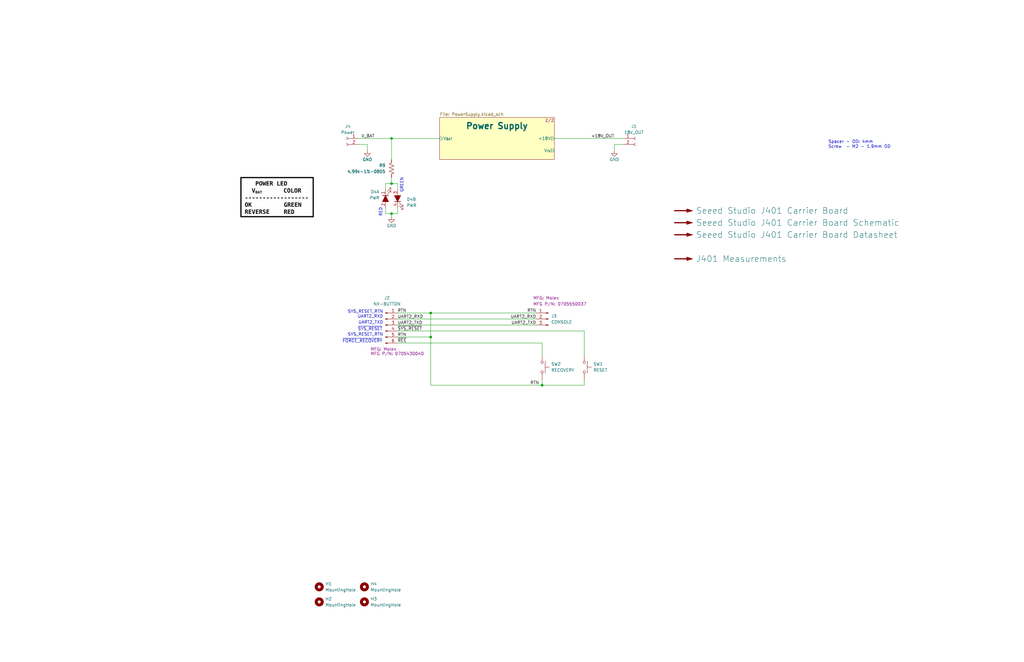
<source format=kicad_sch>
(kicad_sch (version 20231120) (generator "eeschema") (generator_version "8.0")
  (paper "B")
  (title_block (title "NX J401 Adapter") (date "2025-01-13") (rev "4"))
  (lib_symbols
    (symbol "Connector:Conn_01x02_Socket" (pin_names (offset 1.016) hide)
      (property "Reference" "J" (at 0 2.54 0))
      (property "Value" "Conn_01x02_Socket" (at 0 -5.08 0))
      (symbol "Conn_01x02_Socket_1_1"
        (arc (start 0 -2.032) (mid -0.5058 -2.54) (end 0 -3.048) (stroke (width 0.1524)))
        (polyline (pts (xy -1.27 -2.54) (xy -0.508 -2.54)) (stroke (width 0.1524)))
        (polyline (pts (xy -1.27 0) (xy -0.508 0)) (stroke (width 0.1524)))
        (arc (start 0 0.508) (mid -0.5058 0) (end 0 -0.508) (stroke (width 0.1524)))
        (pin passive line (at -5.08 0 0) (length 3.81) (name "Pin_1") (number "1"))
        (pin passive line (at -5.08 -2.54 0) (length 3.81) (name "Pin_2") (number "2"))
      )
    )
    (symbol "Connector:Conn_01x03_Pin" (pin_names (offset 1.016) hide)
      (property "Reference" "J" (at 0 5.08 0))
      (property "Value" "Conn_01x03_Pin" (at 0 -5.08 0))
      (symbol "Conn_01x03_Pin_1_1"
        (polyline (pts (xy 1.27 -2.54) (xy 0.8636 -2.54)) (stroke (width 0.1524)))
        (polyline (pts (xy 1.27 0) (xy 0.8636 0)) (stroke (width 0.1524)))
        (polyline (pts (xy 1.27 2.54) (xy 0.8636 2.54)) (stroke (width 0.1524)))
        (rectangle (start 0.8636 -2.413) (end 0 -2.667) (stroke (width 0.1524)) (fill (type outline)))
        (rectangle (start 0.8636 0.127) (end 0 -0.127) (stroke (width 0.1524)) (fill (type outline)))
        (rectangle (start 0.8636 2.667) (end 0 2.413) (stroke (width 0.1524)) (fill (type outline)))
        (pin passive line (at 5.08 2.54 180) (length 3.81) (name "Pin_1") (number "1"))
        (pin passive line (at 5.08 0 180) (length 3.81) (name "Pin_2") (number "2"))
        (pin passive line (at 5.08 -2.54 180) (length 3.81) (name "Pin_3") (number "3"))
      )
    )
    (symbol "Connector:Conn_01x06_Pin" (pin_names (offset 1.016) hide)
      (property "Reference" "J" (at 0 7.62 0))
      (property "Value" "Conn_01x06_Pin" (at 0 -10.16 0))
      (symbol "Conn_01x06_Pin_1_1"
        (polyline (pts (xy 1.27 -7.62) (xy 0.8636 -7.62)) (stroke (width 0.1524)))
        (polyline (pts (xy 1.27 -5.08) (xy 0.8636 -5.08)) (stroke (width 0.1524)))
        (polyline (pts (xy 1.27 -2.54) (xy 0.8636 -2.54)) (stroke (width 0.1524)))
        (polyline (pts (xy 1.27 0) (xy 0.8636 0)) (stroke (width 0.1524)))
        (polyline (pts (xy 1.27 2.54) (xy 0.8636 2.54)) (stroke (width 0.1524)))
        (polyline (pts (xy 1.27 5.08) (xy 0.8636 5.08)) (stroke (width 0.1524)))
        (rectangle (start 0.8636 -7.493) (end 0 -7.747) (stroke (width 0.1524)) (fill (type outline)))
        (rectangle (start 0.8636 -4.953) (end 0 -5.207) (stroke (width 0.1524)) (fill (type outline)))
        (rectangle (start 0.8636 -2.413) (end 0 -2.667) (stroke (width 0.1524)) (fill (type outline)))
        (rectangle (start 0.8636 0.127) (end 0 -0.127) (stroke (width 0.1524)) (fill (type outline)))
        (rectangle (start 0.8636 2.667) (end 0 2.413) (stroke (width 0.1524)) (fill (type outline)))
        (rectangle (start 0.8636 5.207) (end 0 4.953) (stroke (width 0.1524)) (fill (type outline)))
        (pin passive line (at 5.08 5.08 180) (length 3.81) (name "Pin_1") (number "1"))
        (pin passive line (at 5.08 2.54 180) (length 3.81) (name "Pin_2") (number "2"))
        (pin passive line (at 5.08 0 180) (length 3.81) (name "Pin_3") (number "3"))
        (pin passive line (at 5.08 -2.54 180) (length 3.81) (name "Pin_4") (number "4"))
        (pin passive line (at 5.08 -5.08 180) (length 3.81) (name "Pin_5") (number "5"))
        (pin passive line (at 5.08 -7.62 180) (length 3.81) (name "Pin_6") (number "6"))
      )
    )
    (symbol "Device:R_US" (pin_numbers hide) (pin_names (offset 0))
      (property "Reference" "R" (at 2.54 0 90))
      (property "Value" "R_US" (at -2.54 0 90))
      (symbol "R_US_0_1"
        (polyline (pts (xy 0 -2.286) (xy 0 -2.54)))
        (polyline (pts (xy 0 2.286) (xy 0 2.54)))
        (polyline (pts (xy 0 -0.762) (xy 1.016 -1.143) (xy 0 -1.524) (xy -1.016 -1.905) (xy 0 -2.286)))
        (polyline (pts (xy 0 0.762) (xy 1.016 0.381) (xy 0 0) (xy -1.016 -0.381) (xy 0 -0.762)))
        (polyline (pts (xy 0 2.286) (xy 1.016 1.905) (xy 0 1.524) (xy -1.016 1.143) (xy 0 0.762)))
      )
      (symbol "R_US_1_1"
        (pin passive line (at 0 3.81 270) (length 1.27) (name "~") (number "1"))
        (pin passive line (at 0 -3.81 90) (length 1.27) (name "~") (number "2"))
      )
    )
    (symbol "Graphic:SYM_Arrow_Large" (in_bom no) (on_board no)
      (symbol "SYM_Arrow_Large_0_1"
        (polyline (pts (xy 2.54 0) (xy -3.81 0)) (stroke (width 0.508)))
        (polyline (pts (xy 3.81 0) (xy 1.27 -0.762) (xy 1.27 0.762) (xy 3.81 0)) (fill (type outline)))
      )
    )
    (symbol "Mechanical:MountingHole" (pin_names (offset 1.016))
      (property "Reference" "H" (at 0 5.08 0))
      (property "Value" "MountingHole" (at 0 3.175 0))
      (symbol "MountingHole_0_1"
        (circle (center 0 0) (radius 1.27) (stroke (width 1.27)))
      )
    )
    (symbol "NX-AdapterBoard:Dialight-Dual-LED" (pin_names (offset 1.016) hide)
      (property "Reference" "D6" (at -1.27 -3.81 90))
      (property "Value" "PWR" (at 1.27 -3.81 90))
      (symbol "Dialight-Dual-LED_0_1"
        (polyline (pts (xy -1.27 -1.27) (xy -1.27 1.27)) (stroke (width 0.254) (color 132 0 0 1)) (fill (type color) (color 255 0 0 1)))
        (polyline (pts (xy 1.27 -1.27) (xy 1.27 1.27) (xy -1.27 0) (xy 1.27 -1.27)) (stroke (width 0.254) (color 132 0 0 1)) (fill (type outline)))
        (polyline (pts (xy -3.048 -0.762) (xy -4.572 -2.286) (xy -3.81 -2.286) (xy -4.572 -2.286) (xy -4.572 -1.524)) (stroke (width 0) (color 132 0 0 1)))
        (polyline (pts (xy -1.778 -0.762) (xy -3.302 -2.286) (xy -2.54 -2.286) (xy -3.302 -2.286) (xy -3.302 -1.524)) (stroke (width 0) (color 132 0 0 1)))
      )
      (symbol "Dialight-Dual-LED_1_1"
        (pin passive line (at -3.81 0 0) (length 2.54) (name "Red-K") (number "1"))
        (pin passive line (at 3.81 0 180) (length 2.54) (name "RedA") (number "2"))
      )
      (symbol "Dialight-Dual-LED_2_1"
        (pin passive line (at 3.81 0 180) (length 2.54) (name "Green-A") (number "3"))
        (pin passive line (at -3.81 0 0) (length 2.54) (name "Green-K") (number "4"))
      )
    )
    (symbol "Switch:SW_Push" (pin_numbers hide) (pin_names (offset 1.016) hide)
      (property "Reference" "SW" (at 1.27 2.54 0))
      (property "Value" "SW_Push" (at 0 -1.524 0))
      (symbol "SW_Push_0_1"
        (circle (center -2.032 0) (radius 0.508))
        (polyline (pts (xy 0 1.27) (xy 0 3.048)))
        (polyline (pts (xy 2.54 1.27) (xy -2.54 1.27)))
        (circle (center 2.032 0) (radius 0.508))
        (pin passive line (at -5.08 0 0) (length 2.54) (name "1") (number "1"))
        (pin passive line (at 5.08 0 180) (length 2.54) (name "2") (number "2"))
      )
    )
    (symbol "power:GND" (power) (pin_names (offset 0))
      (property "Value" "GND" (at 0 -3.81 0))
      (symbol "GND_0_1"
        (polyline (pts (xy 0 0) (xy 0 -1.27) (xy 1.27 -1.27) (xy 0 -2.54) (xy -1.27 -1.27) (xy 0 -1.27)))
      )
      (symbol "GND_1_1"
        (pin power_in line (at 0 0 270) (length 0) hide (name "GND") (number "1"))
      )
    )
  )
  (junction (at 181.61 142.24))
  (junction (at 165.1 58.42))
  (junction (at 228.6 162.56))
  (junction (at 181.61 132.08))
  (junction (at 165.1 77.47))
  (junction (at 165.1 90.17))
  (wire (pts (xy 228.6 160.02) (xy 228.6 162.56)))
  (wire (pts (xy 228.6 144.78) (xy 228.6 149.86)))
  (wire (pts (xy 259.08 60.96) (xy 259.08 63.5)))
  (wire (pts (xy 165.1 58.42) (xy 165.1 67.31)))
  (wire (pts (xy 181.61 162.56) (xy 228.6 162.56)))
  (wire (pts (xy 151.13 60.96) (xy 154.94 60.96)))
  (wire (pts (xy 165.1 77.47) (xy 162.56 77.47)))
  (wire (pts (xy 167.64 137.16) (xy 226.06 137.16)))
  (wire (pts (xy 165.1 90.17) (xy 165.1 91.44)))
  (wire (pts (xy 246.38 139.7) (xy 246.38 149.86)))
  (wire (pts (xy 181.61 132.08) (xy 181.61 142.24)))
  (wire (pts (xy 167.64 134.62) (xy 226.06 134.62)))
  (wire (pts (xy 162.56 87.63) (xy 162.56 90.17)))
  (wire (pts (xy 162.56 90.17) (xy 165.1 90.17)))
  (wire (pts (xy 233.68 58.42) (xy 262.89 58.42)))
  (wire (pts (xy 154.94 60.96) (xy 154.94 63.5)))
  (wire (pts (xy 228.6 162.56) (xy 246.38 162.56)))
  (wire (pts (xy 162.56 77.47) (xy 162.56 80.01)))
  (wire (pts (xy 246.38 160.02) (xy 246.38 162.56)))
  (wire (pts (xy 167.64 90.17) (xy 165.1 90.17)))
  (wire (pts (xy 165.1 77.47) (xy 167.64 77.47)))
  (wire (pts (xy 165.1 74.93) (xy 165.1 77.47)))
  (wire (pts (xy 262.89 60.96) (xy 259.08 60.96)))
  (wire (pts (xy 167.64 142.24) (xy 181.61 142.24)))
  (wire (pts (xy 167.64 87.63) (xy 167.64 90.17)))
  (wire (pts (xy 181.61 132.08) (xy 226.06 132.08)))
  (wire (pts (xy 167.64 139.7) (xy 246.38 139.7)))
  (wire (pts (xy 181.61 142.24) (xy 181.61 162.56)))
  (wire (pts (xy 165.1 58.42) (xy 185.42 58.42)))
  (wire (pts (xy 167.64 132.08) (xy 181.61 132.08)))
  (wire (pts (xy 167.64 144.78) (xy 228.6 144.78)))
  (wire (pts (xy 167.64 77.47) (xy 167.64 80.01)))
  (wire (pts (xy 151.13 58.42) (xy 165.1 58.42)))
  (text_box "   POWER LED\n  V_{BAT}      COLOR\n------------------\nOK         GREEN\nREVERSE    RED" (at 101.6 74.93 0) (size 30.48 16.51) (stroke (width 0.508) (color 0 0 0 1)) (effects (font (size 1.778 1.778) (thickness 0.3556) (bold yes)) (justify left top)))
  (text "UART2_RXD" (at 161.544 134.366 0) (effects (font (size 1.27 1.27)) (justify right bottom)))
  (text "~{FORCE_RECOVERY}" (at 161.29 144.78 0) (effects (font (size 1.27 1.27)) (justify right bottom)))
  (text "GREEN" (at 170.18 81.28 90) (effects (font (size 1.27 1.27)) (justify left bottom)))
  (text "SYS_RESET_RTN" (at 161.544 141.986 0) (effects (font (size 1.27 1.27)) (justify right bottom)))
  (text "RED" (at 161.29 91.44 90) (effects (font (size 1.27 1.27)) (justify left bottom)))
  (text "UART2_TXD" (at 161.544 136.906 0) (effects (font (size 1.27 1.27)) (justify right bottom)))
  (text "~{SYS_RESET}" (at 161.29 139.7 0) (effects (font (size 1.27 1.27)) (justify right bottom)))
  (text "Spacer - OD: 4mm\nScrew  - M2 - 1.9mm OD\n\n" (at 349.25 64.77 0) (effects (font (size 1.27 1.27)) (justify left bottom)))
  (text "SYS_RESET_RTN" (at 161.544 132.334 0) (effects (font (size 1.27 1.27)) (justify right bottom)))
  (label "RTN" (at 226.06 132.08 180))
  (label "UART2_TXD" (at 167.64 137.16 0))
  (label "UART2_TXD" (at 226.06 137.16 180))
  (label "~{SYS_RESET}" (at 167.64 139.7 0))
  (label "RTN" (at 227.33 162.56 180))
  (label "UART2_RXD" (at 226.06 134.62 180))
  (label "RTN" (at 167.64 142.24 0))
  (label "V_BAT" (at 152.4 58.42 0))
  (label "+18V_OUT" (at 259.08 58.42 180))
  (label "RTN" (at 167.64 132.08 0))
  (label "~{REC}" (at 167.64 144.78 0))
  (label "UART2_RXD" (at 167.64 134.62 0))
  (symbol (lib_id "Mechanical:MountingHole") (at 153.67 254 0) (unit 1) (in_bom no)
    (property "Reference" "H3" (at 156.21 252.73 0) (effects (justify left)))
    (property "Value" "MountingHole" (at 156.21 255.27 0) (effects (justify left)))
    (property "Footprint" "MountingHole:MountingHole_2.7mm_M2.5" (effects (hide yes)))
  )
  (symbol (lib_id "NX-AdapterBoard:Dialight-Dual-LED") (at 167.64 83.82 90) (unit 2)
    (property "Reference" "D4" (at 171.45 84.1375 90) (effects (justify right)))
    (property "Value" "PWR" (at 171.45 86.6775 90) (effects (justify right)))
    (property "Footprint" "NX-J401-Adapter:LED-Dialight-5913001858F" (effects (hide yes)))
    (property "Datasheet" "Components/Dialight-C18340B.pdf" (effects (hide yes)))
    (property "MFG" "Dialight" (effects (hide yes)))
    (property "MFG P/N" "5913001858F" (effects (hide yes)))
    (property "DIST" "Digikey" (effects (hide yes)))
    (property "DIST P/N" "350-5913001858FCT-ND" (effects (hide yes)))
  )
  (symbol (lib_id "Device:R_US") (at 165.1 71.12 0) (mirror x) (unit 1)
    (property "Reference" "R9" (at 162.56 69.85 0) (effects (justify right)))
    (property "Value" "4.99k-1%-0805" (at 162.56 72.39 0) (effects (justify right)))
    (property "Footprint" "Resistor_SMD:R_0805_2012Metric" (effects (hide yes)))
    (property "Datasheet" "Components/YageoPYu-RC_Group_51_RoHS_L_12.pdf" (effects (hide yes)))
    (property "MFG" "Yageo" (effects (hide yes)))
    (property "MFG P/N" "RC0805FR-07499RL" (effects (hide yes)))
    (property "DIST" "Digikey" (effects (hide yes)))
    (property "DIST P/N" "311-499CRCT-ND" (effects (hide yes)))
  )
  (symbol (lib_id "Switch:SW_Push") (at 228.6 154.94 270) (unit 1)
    (property "Reference" "SW2" (at 232.41 153.67 90) (effects (justify left)))
    (property "Value" "RECOVERY" (at 232.41 156.21 90) (effects (justify left)))
    (property "Footprint" "NX-J401-Adapter:SW_TL1105VF100Q_EWI" (effects (hide yes)))
    (property "Datasheet" "Components/E-SWITCH-tl1105vf100q-drawing.pdf" (effects (hide yes)))
    (property "DIST" "Digikey" (effects (hide yes)))
    (property "DIST P/N" "EG2507-ND" (effects (hide yes)))
    (property "MFG" "E-Switch" (effects (hide yes)))
    (property "MFG P/N" "TL1105VF100Q" (effects (hide yes)))
  )
  (symbol (lib_id "Connector:Conn_01x06_Pin") (at 162.56 137.16 0) (unit 1)
    (property "Reference" "J2" (at 163.195 125.73 0))
    (property "Value" "NX-BUTTON" (at 163.195 128.27 0))
    (property "Footprint" "NX-J401-Adapter:70555-0005" (effects (hide yes)))
    (property "Datasheet" "Components/Molex-70555-0001.pdf" (effects (hide yes)))
    (property "Description" "Generic connector, single row, 01x06, script generated" (effects (hide yes)))
    (property "MFG" "Molex" (at 156.21 147.32 0) (show_name yes) (effects (justify left)))
    (property "MFG P/N" "0705430040" (at 156.21 149.225 0) (show_name yes) (effects (justify left)))
    (property "DIST" "Digikey" (effects (hide yes)))
    (property "DIST P/N" "WM4828-ND" (effects (hide yes)))
  )
  (symbol (lib_id "Graphic:SYM_Arrow_Large") (at 288.29 88.9 0) (unit 1) (in_bom no) (on_board no)
    (property "Reference" "#SYM3" (effects (hide yes)))
    (property "Value" "Seeed Studio J401 Carrier Board" (at 293.37 88.9 0) (effects (font (size 2.54 2.54)) (justify left)))
    (property "Datasheet" "https://www.seeedstudio.com/reComputer-J401-Carrier-Board-for-Jetson-Orin-NX-Orin-Nano-p-5636.html" (effects (hide yes)))
  )
  (symbol (lib_id "Mechanical:MountingHole") (at 134.62 247.65 0) (unit 1) (in_bom no)
    (property "Reference" "H1" (at 137.16 246.38 0) (effects (justify left)))
    (property "Value" "MountingHole" (at 137.16 248.92 0) (effects (justify left)))
    (property "Footprint" "MountingHole:MountingHole_2.7mm_M2.5" (effects (hide yes)))
  )
  (symbol (lib_id "NX-AdapterBoard:Dialight-Dual-LED") (at 162.56 83.82 90) (mirror x) (unit 1)
    (property "Reference" "D4" (at 160.02 80.9625 90) (effects (justify left)))
    (property "Value" "PWR" (at 160.02 83.5025 90) (effects (justify left)))
    (property "Footprint" "NX-J401-Adapter:LED-Dialight-5913001858F" (effects (hide yes)))
    (property "Datasheet" "Components/Dialight-C18340B.pdf" (effects (hide yes)))
    (property "MFG" "Dialight" (effects (hide yes)))
    (property "MFG P/N" "5913001858F" (effects (hide yes)))
    (property "DIST" "Digikey" (effects (hide yes)))
    (property "DIST P/N" "350-5913001858FCT-ND" (effects (hide yes)))
  )
  (symbol (lib_id "power:GND") (at 154.94 63.5 0) (mirror y) (unit 1)
    (property "Reference" "#PWR01" (effects (hide yes)))
    (property "Value" "GND" (at 154.94 67.31 0))
  )
  (symbol (lib_id "Graphic:SYM_Arrow_Large") (at 288.29 99.06 0) (unit 1) (in_bom no) (on_board no)
    (property "Reference" "#SYM5" (effects (hide yes)))
    (property "Value" "Seeed Studio J401 Carrier Board Datasheet" (at 293.37 99.06 0) (effects (font (size 2.54 2.54)) (justify left)))
    (property "Datasheet" "https://files.seeedstudio.com/wiki/reComputer-J4012/reComputer-J401-datasheet.pdf" (effects (hide yes)))
  )
  (symbol (lib_id "Graphic:SYM_Arrow_Large") (at 288.29 109.22 0) (unit 1) (in_bom no) (on_board no)
    (property "Reference" "#SYM6" (effects (hide yes)))
    (property "Value" "J401 Measurements" (at 293.37 109.22 0) (effects (font (size 2.54 2.54)) (justify left)))
    (property "Datasheet" "Components/J401 Measurements__Assembly.pdf" (effects (hide yes)))
  )
  (symbol (lib_id "Mechanical:MountingHole") (at 153.67 247.65 0) (unit 1) (in_bom no)
    (property "Reference" "H4" (at 156.21 246.38 0) (effects (justify left)))
    (property "Value" "MountingHole" (at 156.21 248.92 0) (effects (justify left)))
    (property "Footprint" "MountingHole:MountingHole_2.7mm_M2.5" (effects (hide yes)))
  )
  (symbol (lib_id "Mechanical:MountingHole") (at 134.62 254 0) (unit 1) (in_bom no)
    (property "Reference" "H2" (at 137.16 252.73 0) (effects (justify left)))
    (property "Value" "MountingHole" (at 137.16 255.27 0) (effects (justify left)))
    (property "Footprint" "MountingHole:MountingHole_2.7mm_M2.5" (effects (hide yes)))
  )
  (symbol (lib_id "Switch:SW_Push") (at 246.38 154.94 270) (unit 1)
    (property "Reference" "SW1" (at 250.19 153.67 90) (effects (justify left)))
    (property "Value" "RESET" (at 250.19 156.21 90) (effects (justify left)))
    (property "Footprint" "NX-J401-Adapter:SW_TL1105VF100Q_EWI" (effects (hide yes)))
    (property "Datasheet" "Components/E-SWITCH-tl1105vf100q-drawing.pdf" (effects (hide yes)))
    (property "DIST" "Digikey" (effects (hide yes)))
    (property "DIST P/N" "EG2507-ND" (effects (hide yes)))
    (property "MFG" "E-Switch" (effects (hide yes)))
    (property "MFG P/N" "TL1105VF100Q" (effects (hide yes)))
  )
  (symbol (lib_id "power:GND") (at 259.08 63.5 0) (mirror y) (unit 1)
    (property "Reference" "#PWR04" (effects (hide yes)))
    (property "Value" "GND" (at 259.08 67.31 0))
  )
  (symbol (lib_id "Connector:Conn_01x03_Pin") (at 231.14 134.62 0) (mirror y) (unit 1)
    (property "Reference" "J3" (at 232.41 133.3499 0) (effects (justify right)))
    (property "Value" "CONSOLE" (at 232.41 135.8899 0) (effects (justify right)))
    (property "Footprint" "NX-J401-Adapter:70555-0002" (effects (hide yes)))
    (property "Datasheet" "Components/Molex-70555-0001.pdf" (effects (hide yes)))
    (property "Description" "Generic connector, single row, 01x03, script generated" (effects (hide yes)))
    (property "MFG" "Molex" (at 224.79 125.73 0) (show_name yes) (effects (justify right)))
    (property "MFG P/N" "0705550037" (at 224.79 128.27 0) (show_name yes) (effects (justify right)))
    (property "DIST" "Digikey" (effects (hide yes)))
    (property "DIST P/N" "WM4176-ND" (effects (hide yes)))
  )
  (symbol (lib_id "power:GND") (at 165.1 91.44 0) (mirror y) (unit 1)
    (property "Reference" "#PWR02" (effects (hide yes)))
    (property "Value" "GND" (at 165.1 95.25 0))
  )
  (symbol (lib_id "Connector:Conn_01x02_Socket") (at 146.05 58.42 0) (mirror y) (unit 1)
    (property "Reference" "J4" (at 146.685 53.34 0))
    (property "Value" "Power" (at 146.685 55.88 0))
    (property "Footprint" "NX-J401-Adapter:Wurth-691406510002B" (effects (hide yes)))
    (property "Datasheet" "Components/Wurth-0691406510002B.pdf" (effects (hide yes)))
    (property "MFG" "Wurth" (effects (hide yes)))
    (property "MFG P/N" "691406510002B" (effects (hide yes)))
    (property "DIST" "Digikey" (effects (hide yes)))
    (property "DIST P/N" "732-691406510002B-ND" (effects (hide yes)))
  )
  (symbol (lib_id "Connector:Conn_01x02_Socket") (at 267.97 58.42 0) (unit 1)
    (property "Reference" "J1" (at 267.335 53.34 0))
    (property "Value" "18V_OUT" (at 267.335 55.88 0))
    (property "Footprint" "NX-J401-Adapter:CONN_69140872_WRE" (effects (hide yes)))
    (property "Datasheet" "Components/Wurth-691408720002B.pdf" (effects (hide yes)))
    (property "MFG" "Würth Elektronik" (effects (hide yes)))
    (property "MFG P/N" "691408720002B" (effects (hide yes)))
    (property "DIST" "Digikey" (effects (hide yes)))
    (property "DIST P/N" "732-691408720002B-ND" (effects (hide yes)))
  )
  (symbol (lib_id "Graphic:SYM_Arrow_Large") (at 288.29 93.98 0) (unit 1) (in_bom no) (on_board no)
    (property "Reference" "#SYM4" (effects (hide yes)))
    (property "Value" "Seeed Studio J401 Carrier Board Schematic" (at 293.37 93.98 0) (effects (font (size 2.54 2.54)) (justify left)))
    (property "Datasheet" "Components/SeeedStudio-reComputer_J401_SCH_V1.0.pdf" (effects (hide yes)))
  )
  (sheet (at 185.42 49.53) (size 48.26 17.78) (stroke (width 0.1524)) (fill (color 255 255 194 1.0000))
    (property "Sheetname" "Power Supply" (at 209.55 54.61 0) (effects (font (size 2.54 2.54) (bold yes)) (justify bottom)))
    (property "Sheetfile" "PowerSupply.kicad_sch" (at 185.42 48.26 0) (effects (justify left)))
    (property "Page" "${#}/${##}" (at 233.68 50.8 0) (effects (justify right)))
    (pin "V_{BAT}" input (at 185.42 58.42 180))
    (pin "+18V" output (at 233.68 58.42 0))
    (pin "V_{IN}" output (at 233.68 63.5 0))
  )
)
</source>
